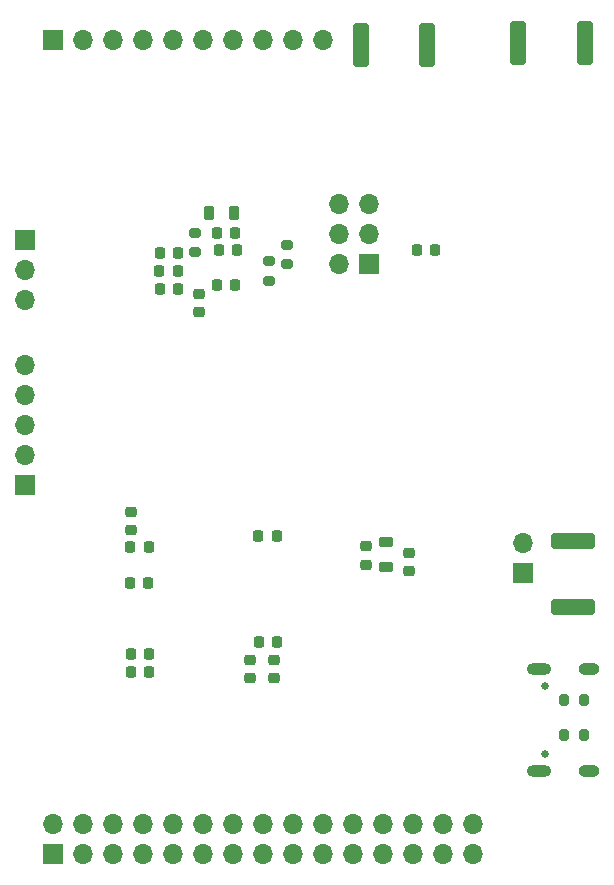
<source format=gbr>
%TF.GenerationSoftware,KiCad,Pcbnew,8.0.4-8.0.4-0~ubuntu22.04.1*%
%TF.CreationDate,2024-09-01T23:10:33+08:00*%
%TF.ProjectId,R820T_With_LCMXO2,52383230-545f-4576-9974-685f4c434d58,rev?*%
%TF.SameCoordinates,Original*%
%TF.FileFunction,Soldermask,Bot*%
%TF.FilePolarity,Negative*%
%FSLAX46Y46*%
G04 Gerber Fmt 4.6, Leading zero omitted, Abs format (unit mm)*
G04 Created by KiCad (PCBNEW 8.0.4-8.0.4-0~ubuntu22.04.1) date 2024-09-01 23:10:33*
%MOMM*%
%LPD*%
G01*
G04 APERTURE LIST*
G04 Aperture macros list*
%AMRoundRect*
0 Rectangle with rounded corners*
0 $1 Rounding radius*
0 $2 $3 $4 $5 $6 $7 $8 $9 X,Y pos of 4 corners*
0 Add a 4 corners polygon primitive as box body*
4,1,4,$2,$3,$4,$5,$6,$7,$8,$9,$2,$3,0*
0 Add four circle primitives for the rounded corners*
1,1,$1+$1,$2,$3*
1,1,$1+$1,$4,$5*
1,1,$1+$1,$6,$7*
1,1,$1+$1,$8,$9*
0 Add four rect primitives between the rounded corners*
20,1,$1+$1,$2,$3,$4,$5,0*
20,1,$1+$1,$4,$5,$6,$7,0*
20,1,$1+$1,$6,$7,$8,$9,0*
20,1,$1+$1,$8,$9,$2,$3,0*%
G04 Aperture macros list end*
%ADD10C,0.650000*%
%ADD11O,2.100000X1.000000*%
%ADD12O,1.800000X1.000000*%
%ADD13R,1.700000X1.700000*%
%ADD14O,1.700000X1.700000*%
%ADD15RoundRect,0.250000X0.425000X1.600000X-0.425000X1.600000X-0.425000X-1.600000X0.425000X-1.600000X0*%
%ADD16RoundRect,0.250000X1.600000X-0.425000X1.600000X0.425000X-1.600000X0.425000X-1.600000X-0.425000X0*%
%ADD17RoundRect,0.225000X0.225000X0.250000X-0.225000X0.250000X-0.225000X-0.250000X0.225000X-0.250000X0*%
%ADD18RoundRect,0.200000X-0.275000X0.200000X-0.275000X-0.200000X0.275000X-0.200000X0.275000X0.200000X0*%
%ADD19RoundRect,0.225000X0.250000X-0.225000X0.250000X0.225000X-0.250000X0.225000X-0.250000X-0.225000X0*%
%ADD20RoundRect,0.225000X-0.225000X-0.250000X0.225000X-0.250000X0.225000X0.250000X-0.225000X0.250000X0*%
%ADD21RoundRect,0.200000X0.275000X-0.200000X0.275000X0.200000X-0.275000X0.200000X-0.275000X-0.200000X0*%
%ADD22RoundRect,0.200000X0.200000X0.275000X-0.200000X0.275000X-0.200000X-0.275000X0.200000X-0.275000X0*%
%ADD23RoundRect,0.218750X0.381250X-0.218750X0.381250X0.218750X-0.381250X0.218750X-0.381250X-0.218750X0*%
%ADD24RoundRect,0.218750X-0.218750X-0.381250X0.218750X-0.381250X0.218750X0.381250X-0.218750X0.381250X0*%
%ADD25RoundRect,0.225000X-0.250000X0.225000X-0.250000X-0.225000X0.250000X-0.225000X0.250000X0.225000X0*%
G04 APERTURE END LIST*
D10*
%TO.C,J1*%
X148964999Y-138335000D03*
X148964999Y-132555000D03*
D11*
X148444999Y-139765000D03*
D12*
X152644999Y-139765000D03*
D11*
X148444999Y-131125000D03*
D12*
X152644999Y-131125000D03*
%TD*%
D13*
%TO.C,J11*%
X134015000Y-96780000D03*
D14*
X131475000Y-96780000D03*
X134015000Y-94240000D03*
X131475000Y-94240000D03*
X134015000Y-91700000D03*
X131475000Y-91700000D03*
%TD*%
D13*
%TO.C,J9*%
X104925000Y-94750000D03*
D14*
X104925000Y-97290000D03*
X104925000Y-99830000D03*
%TD*%
D13*
%TO.C,J3*%
X104900000Y-115500000D03*
D14*
X104900000Y-112960000D03*
X104900000Y-110420000D03*
X104900000Y-107880000D03*
X104900000Y-105340000D03*
%TD*%
D15*
%TO.C,J4*%
X146700000Y-78062500D03*
X152350000Y-78062500D03*
%TD*%
%TO.C,J6*%
X133350000Y-78262500D03*
X139000000Y-78262500D03*
%TD*%
D13*
%TO.C,J8*%
X147075000Y-122975000D03*
D14*
X147075000Y-120435000D03*
%TD*%
D16*
%TO.C,J2*%
X151312500Y-120225000D03*
X151312500Y-125875000D03*
%TD*%
D17*
%TO.C,C47*%
X122725000Y-94150000D03*
X121175000Y-94150000D03*
%TD*%
D18*
%TO.C,R13*%
X125625000Y-96575000D03*
X125625000Y-98225000D03*
%TD*%
D19*
%TO.C,C40*%
X123937500Y-131875001D03*
X123937500Y-130325001D03*
%TD*%
D18*
%TO.C,R5*%
X119325000Y-94150000D03*
X119325000Y-95800000D03*
%TD*%
D19*
%TO.C,C43*%
X119625000Y-100875000D03*
X119625000Y-99325000D03*
%TD*%
D20*
%TO.C,C38*%
X113887500Y-129850001D03*
X115437500Y-129850001D03*
%TD*%
D17*
%TO.C,C42*%
X126262500Y-128850001D03*
X124712500Y-128850001D03*
%TD*%
%TO.C,C48*%
X122875000Y-95650000D03*
X121325000Y-95650000D03*
%TD*%
D20*
%TO.C,C35*%
X113837500Y-120800001D03*
X115387500Y-120800001D03*
%TD*%
D17*
%TO.C,C8*%
X139675000Y-95650000D03*
X138125000Y-95650000D03*
%TD*%
D19*
%TO.C,C20*%
X137462500Y-122825001D03*
X137462500Y-121275001D03*
%TD*%
%TO.C,C39*%
X125987500Y-131875001D03*
X125987500Y-130325001D03*
%TD*%
D21*
%TO.C,R14*%
X127125000Y-96825000D03*
X127125000Y-95175000D03*
%TD*%
D22*
%TO.C,R1*%
X152225000Y-133700000D03*
X150575000Y-133700000D03*
%TD*%
D20*
%TO.C,C44*%
X116315000Y-97392500D03*
X117865000Y-97392500D03*
%TD*%
D19*
%TO.C,C19*%
X133812500Y-122275001D03*
X133812500Y-120725001D03*
%TD*%
D13*
%TO.C,J5*%
X107287113Y-77844521D03*
D14*
X109827113Y-77844521D03*
X112367113Y-77844521D03*
X114907113Y-77844521D03*
X117447113Y-77844521D03*
X119987113Y-77844521D03*
X122527113Y-77844521D03*
X125067113Y-77844521D03*
X127607113Y-77844521D03*
X130147113Y-77844521D03*
%TD*%
D20*
%TO.C,C41*%
X113912500Y-131350001D03*
X115462500Y-131350001D03*
%TD*%
D22*
%TO.C,R2*%
X152225000Y-136650000D03*
X150575000Y-136650000D03*
%TD*%
D13*
%TO.C,J7*%
X107273600Y-146756254D03*
D14*
X107273600Y-144216254D03*
X109813600Y-146756254D03*
X109813600Y-144216254D03*
X112353600Y-146756254D03*
X112353600Y-144216254D03*
X114893600Y-146756254D03*
X114893600Y-144216254D03*
X117433600Y-146756254D03*
X117433600Y-144216254D03*
X119973600Y-146756254D03*
X119973600Y-144216254D03*
X122513600Y-146756254D03*
X122513600Y-144216254D03*
X125053600Y-146756254D03*
X125053600Y-144216254D03*
X127593600Y-146756254D03*
X127593600Y-144216254D03*
X130133600Y-146756254D03*
X130133600Y-144216254D03*
X132673600Y-146756254D03*
X132673600Y-144216254D03*
X135213600Y-146756254D03*
X135213600Y-144216254D03*
X137753600Y-146756254D03*
X137753600Y-144216254D03*
X140293600Y-146756254D03*
X140293600Y-144216254D03*
X142833600Y-146756254D03*
X142833600Y-144216254D03*
%TD*%
D23*
%TO.C,L2*%
X135462500Y-122437501D03*
X135462500Y-120312501D03*
%TD*%
D20*
%TO.C,C46*%
X116325000Y-98900000D03*
X117875000Y-98900000D03*
%TD*%
%TO.C,C36*%
X113812500Y-123800001D03*
X115362500Y-123800001D03*
%TD*%
%TO.C,C45*%
X116340000Y-95882500D03*
X117890000Y-95882500D03*
%TD*%
D17*
%TO.C,C34*%
X126237500Y-119850001D03*
X124687500Y-119850001D03*
%TD*%
%TO.C,C64*%
X122750000Y-98600000D03*
X121200000Y-98600000D03*
%TD*%
D24*
%TO.C,L8*%
X120475000Y-92500000D03*
X122600000Y-92500000D03*
%TD*%
D25*
%TO.C,C33*%
X113937500Y-117775001D03*
X113937500Y-119325001D03*
%TD*%
M02*

</source>
